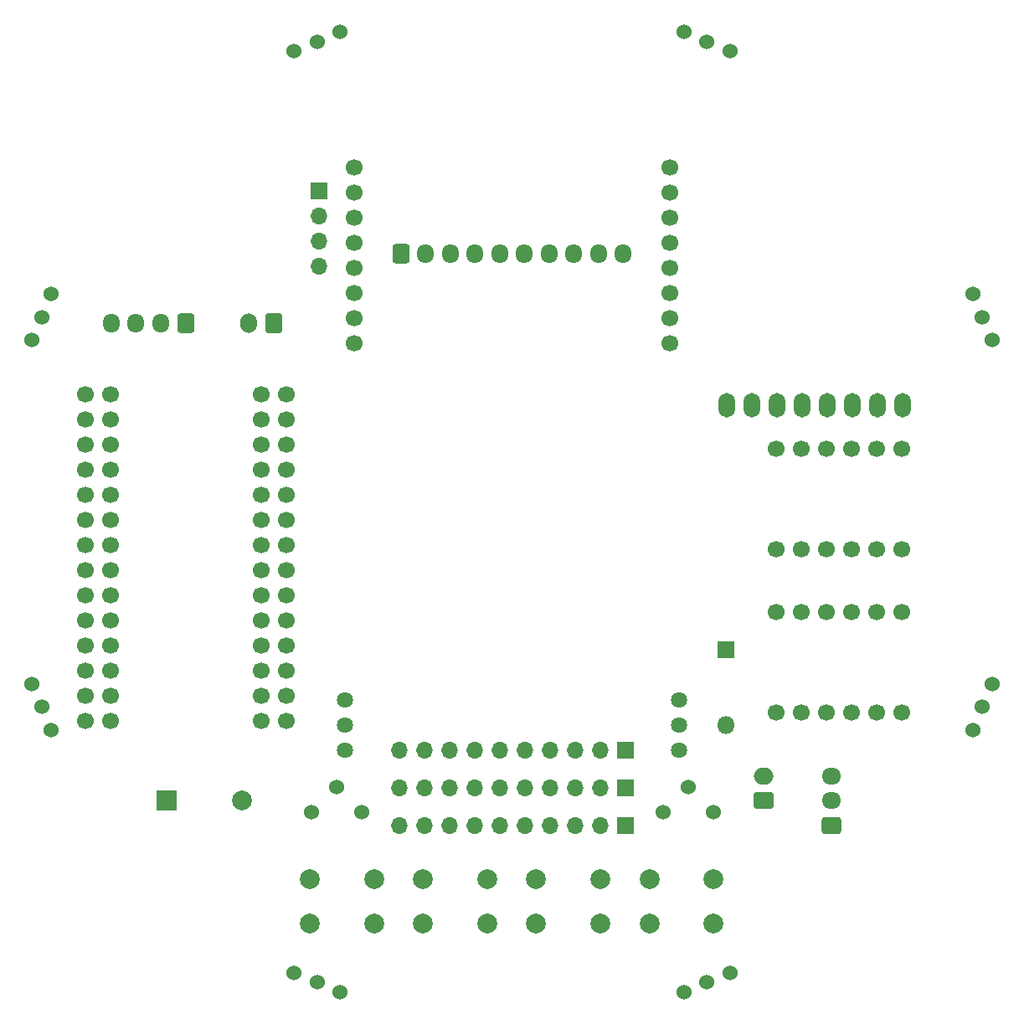
<source format=gbr>
%TF.GenerationSoftware,KiCad,Pcbnew,(6.0.5)*%
%TF.CreationDate,2022-10-16T22:52:23+09:00*%
%TF.ProjectId,main_board_Teensy,6d61696e-5f62-46f6-9172-645f5465656e,rev?*%
%TF.SameCoordinates,Original*%
%TF.FileFunction,Soldermask,Bot*%
%TF.FilePolarity,Negative*%
%FSLAX46Y46*%
G04 Gerber Fmt 4.6, Leading zero omitted, Abs format (unit mm)*
G04 Created by KiCad (PCBNEW (6.0.5)) date 2022-10-16 22:52:23*
%MOMM*%
%LPD*%
G01*
G04 APERTURE LIST*
G04 Aperture macros list*
%AMRoundRect*
0 Rectangle with rounded corners*
0 $1 Rounding radius*
0 $2 $3 $4 $5 $6 $7 $8 $9 X,Y pos of 4 corners*
0 Add a 4 corners polygon primitive as box body*
4,1,4,$2,$3,$4,$5,$6,$7,$8,$9,$2,$3,0*
0 Add four circle primitives for the rounded corners*
1,1,$1+$1,$2,$3*
1,1,$1+$1,$4,$5*
1,1,$1+$1,$6,$7*
1,1,$1+$1,$8,$9*
0 Add four rect primitives between the rounded corners*
20,1,$1+$1,$2,$3,$4,$5,0*
20,1,$1+$1,$4,$5,$6,$7,0*
20,1,$1+$1,$6,$7,$8,$9,0*
20,1,$1+$1,$8,$9,$2,$3,0*%
G04 Aperture macros list end*
%ADD10C,2.000000*%
%ADD11C,1.524000*%
%ADD12R,1.800000X1.800000*%
%ADD13O,1.800000X1.800000*%
%ADD14R,2.000000X2.000000*%
%ADD15R,1.700000X1.700000*%
%ADD16O,1.700000X1.700000*%
%ADD17C,1.635000*%
%ADD18C,1.700000*%
%ADD19RoundRect,0.250000X0.600000X0.725000X-0.600000X0.725000X-0.600000X-0.725000X0.600000X-0.725000X0*%
%ADD20O,1.700000X1.950000*%
%ADD21RoundRect,0.250000X0.600000X0.750000X-0.600000X0.750000X-0.600000X-0.750000X0.600000X-0.750000X0*%
%ADD22O,1.700000X2.000000*%
%ADD23RoundRect,0.250000X0.725000X-0.600000X0.725000X0.600000X-0.725000X0.600000X-0.725000X-0.600000X0*%
%ADD24O,1.950000X1.700000*%
%ADD25RoundRect,0.250000X0.750000X-0.600000X0.750000X0.600000X-0.750000X0.600000X-0.750000X-0.600000X0*%
%ADD26O,2.000000X1.700000*%
%ADD27RoundRect,0.250000X-0.600000X-0.725000X0.600000X-0.725000X0.600000X0.725000X-0.600000X0.725000X0*%
%ADD28O,1.700000X2.500000*%
G04 APERTURE END LIST*
D10*
%TO.C,programmable switch*%
X137010000Y-143256000D03*
X143510000Y-143256000D03*
X143510000Y-138756000D03*
X137010000Y-138756000D03*
%TD*%
%TO.C,Cam Reset*%
X171375000Y-143220000D03*
X177875000Y-143220000D03*
X177875000Y-138720000D03*
X171375000Y-138720000D03*
%TD*%
D11*
%TO.C,R12*%
X172720000Y-131921000D03*
X175260000Y-129381000D03*
X177800000Y-131921000D03*
%TD*%
%TO.C,R13*%
X137160000Y-131921000D03*
X139700000Y-129381000D03*
X142240000Y-131921000D03*
%TD*%
D10*
%TO.C,Gyro Reset*%
X166370000Y-143220000D03*
X159870000Y-143220000D03*
X159870000Y-138720000D03*
X166370000Y-138720000D03*
%TD*%
%TO.C,SW10*%
X154940000Y-143220000D03*
X148440000Y-143220000D03*
X148440000Y-138720000D03*
X154940000Y-138720000D03*
%TD*%
D11*
%TO.C,U15*%
X179532346Y-148202733D03*
X177185692Y-149174749D03*
X174839038Y-150146765D03*
%TD*%
D12*
%TO.C,D23*%
X179070000Y-115570000D03*
D13*
X179070000Y-123190000D03*
%TD*%
D14*
%TO.C,BZ1*%
X122565000Y-130810000D03*
D10*
X130165000Y-130810000D03*
%TD*%
D11*
%TO.C,U10*%
X108934235Y-84241962D03*
X109906251Y-81895308D03*
X110878267Y-79548654D03*
%TD*%
D15*
%TO.C,J1*%
X168910000Y-133350000D03*
D16*
X166370000Y-133350000D03*
X163830000Y-133350000D03*
X161290000Y-133350000D03*
X158750000Y-133350000D03*
X156210000Y-133350000D03*
X153670000Y-133350000D03*
X151130000Y-133350000D03*
X148590000Y-133350000D03*
X146050000Y-133350000D03*
%TD*%
D11*
%TO.C,U9*%
X110878267Y-123653346D03*
X109906251Y-121306692D03*
X108934235Y-118960038D03*
%TD*%
D17*
%TO.C,SW4*%
X140615000Y-125730000D03*
X140615000Y-123190000D03*
X140615000Y-120650000D03*
%TD*%
D11*
%TO.C,U13*%
X204081732Y-79548653D03*
X205053748Y-81895307D03*
X206025764Y-84241961D03*
%TD*%
D18*
%TO.C,U7*%
X134620000Y-94790000D03*
X132080000Y-120190000D03*
X114300000Y-117650000D03*
X116840000Y-122730000D03*
X134620000Y-112570000D03*
X134620000Y-115110000D03*
X116840000Y-120190000D03*
X116840000Y-117650000D03*
X116840000Y-115110000D03*
X116840000Y-112570000D03*
X116840000Y-110030000D03*
X116840000Y-107490000D03*
X116840000Y-104950000D03*
X116840000Y-102410000D03*
X116840000Y-99870000D03*
X116840000Y-97330000D03*
X116840000Y-94790000D03*
X116840000Y-92250000D03*
X116840000Y-89710000D03*
X114300000Y-89710000D03*
X134620000Y-92250000D03*
X134620000Y-89710000D03*
X132080000Y-89710000D03*
X132080000Y-92250000D03*
X132080000Y-94790000D03*
X132080000Y-97330000D03*
X132080000Y-99870000D03*
X132080000Y-102410000D03*
X132080000Y-104950000D03*
X132080000Y-107490000D03*
X132080000Y-110030000D03*
X132080000Y-112570000D03*
X132080000Y-115110000D03*
X114300000Y-112570000D03*
X132080000Y-117650000D03*
X134620000Y-97330000D03*
X132080000Y-122730000D03*
X134620000Y-122730000D03*
X134620000Y-99870000D03*
X134620000Y-107490000D03*
X134620000Y-104950000D03*
X134620000Y-110030000D03*
X134620000Y-102410000D03*
X114300000Y-102410000D03*
X114300000Y-92250000D03*
X114300000Y-99870000D03*
X114300000Y-94790000D03*
X114300000Y-97330000D03*
X114300000Y-122730000D03*
X114300000Y-120190000D03*
X114300000Y-115110000D03*
X114300000Y-110030000D03*
X114300000Y-107490000D03*
X114300000Y-104950000D03*
X134620000Y-120190000D03*
X134620000Y-117650000D03*
%TD*%
D11*
%TO.C,U12*%
X174839038Y-53055235D03*
X177185692Y-54027251D03*
X179532346Y-54999267D03*
%TD*%
D19*
%TO.C,J8*%
X124460000Y-82550000D03*
D20*
X121960000Y-82550000D03*
X119460000Y-82550000D03*
X116960000Y-82550000D03*
%TD*%
D21*
%TO.C,J6*%
X133350000Y-82550000D03*
D22*
X130850000Y-82550000D03*
%TD*%
D11*
%TO.C,U14*%
X206025765Y-118960038D03*
X205053749Y-121306692D03*
X204081733Y-123653346D03*
%TD*%
D18*
%TO.C,U4*%
X184150000Y-121920000D03*
X186690000Y-121920000D03*
X189230000Y-121920000D03*
X191770000Y-121920000D03*
X194310000Y-121920000D03*
X196850000Y-121920000D03*
X196850000Y-111760000D03*
X194310000Y-111760000D03*
X191770000Y-111760000D03*
X189230000Y-111760000D03*
X186690000Y-111760000D03*
X184150000Y-111760000D03*
%TD*%
D15*
%TO.C,J7*%
X168910000Y-125730000D03*
D16*
X166370000Y-125730000D03*
X163830000Y-125730000D03*
X161290000Y-125730000D03*
X158750000Y-125730000D03*
X156210000Y-125730000D03*
X153670000Y-125730000D03*
X151130000Y-125730000D03*
X148590000Y-125730000D03*
X146050000Y-125730000D03*
%TD*%
D18*
%TO.C,U6*%
X141480000Y-66802000D03*
X141480000Y-69342000D03*
X141480000Y-71882000D03*
X141480000Y-74422000D03*
X141480000Y-76962000D03*
X141480000Y-79502000D03*
X141480000Y-82042000D03*
X141480000Y-84582000D03*
X173480000Y-84582000D03*
X173480000Y-82042000D03*
X173480000Y-79502000D03*
X173480000Y-76962000D03*
X173480000Y-74422000D03*
X173480000Y-71882000D03*
X173480000Y-69342000D03*
X173480000Y-66802000D03*
%TD*%
D15*
%TO.C,J4*%
X168910000Y-129540000D03*
D16*
X166370000Y-129540000D03*
X163830000Y-129540000D03*
X161290000Y-129540000D03*
X158750000Y-129540000D03*
X156210000Y-129540000D03*
X153670000Y-129540000D03*
X151130000Y-129540000D03*
X148590000Y-129540000D03*
X146050000Y-129540000D03*
%TD*%
D23*
%TO.C,J5*%
X189755000Y-133310000D03*
D24*
X189755000Y-130810000D03*
X189755000Y-128310000D03*
%TD*%
D15*
%TO.C,J3*%
X137922000Y-69098000D03*
D16*
X137922000Y-71638000D03*
X137922000Y-74178000D03*
X137922000Y-76718000D03*
%TD*%
D25*
%TO.C,J9*%
X182880000Y-130810000D03*
D26*
X182880000Y-128310000D03*
%TD*%
D27*
%TO.C,J2*%
X146230000Y-75510000D03*
D20*
X148730000Y-75510000D03*
X151230000Y-75510000D03*
X153730000Y-75510000D03*
X156230000Y-75510000D03*
X158730000Y-75510000D03*
X161230000Y-75510000D03*
X163730000Y-75510000D03*
X166230000Y-75510000D03*
X168730000Y-75510000D03*
%TD*%
D18*
%TO.C,U1*%
X184150000Y-105410000D03*
X186690000Y-105410000D03*
X189230000Y-105410000D03*
X191770000Y-105410000D03*
X194310000Y-105410000D03*
X196850000Y-105410000D03*
X196850000Y-95250000D03*
X194310000Y-95250000D03*
X191770000Y-95250000D03*
X189230000Y-95250000D03*
X186690000Y-95250000D03*
X184150000Y-95250000D03*
%TD*%
D28*
%TO.C,U3*%
X179165000Y-90805000D03*
X181705000Y-90805000D03*
X184245000Y-90805000D03*
X186785000Y-90805000D03*
X189325000Y-90805000D03*
X191865000Y-90805000D03*
X194405000Y-90805000D03*
X196945000Y-90805000D03*
%TD*%
D17*
%TO.C,SW1*%
X174345000Y-120650000D03*
X174345000Y-123190000D03*
X174345000Y-125730000D03*
%TD*%
D11*
%TO.C,U8*%
X140120962Y-150146765D03*
X137774308Y-149174749D03*
X135427654Y-148202733D03*
%TD*%
%TO.C,U11*%
X135427654Y-54999267D03*
X137774308Y-54027251D03*
X140120962Y-53055235D03*
%TD*%
M02*

</source>
